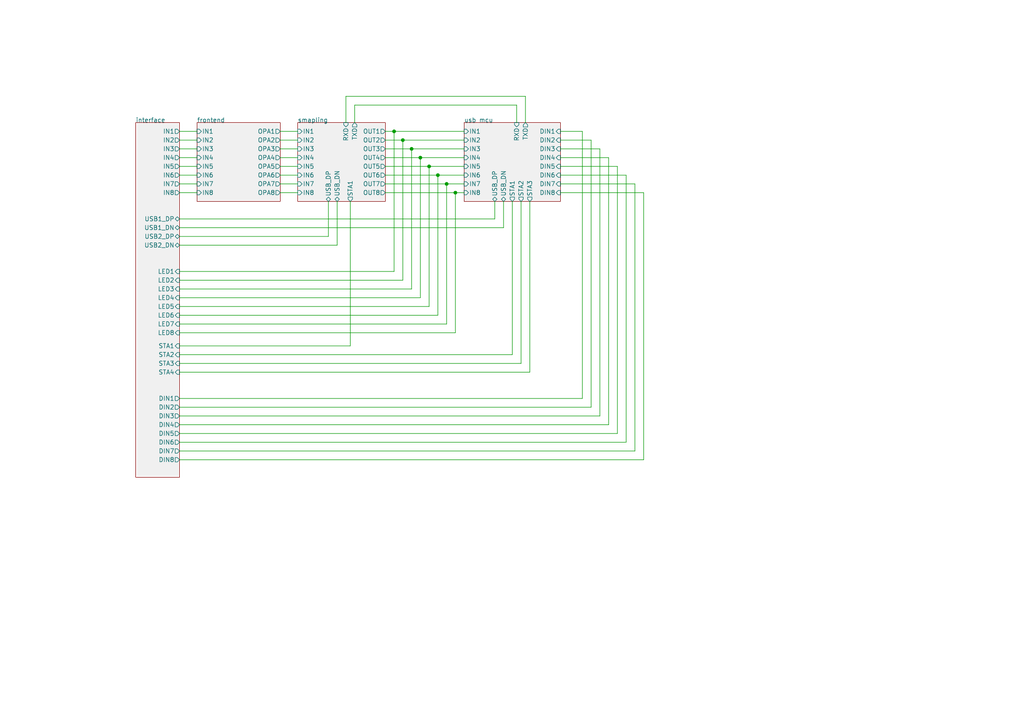
<source format=kicad_sch>
(kicad_sch (version 20230121) (generator eeschema)
  (paper "A4")
  (lib_symbols)
  (junction (at 114.3 38.1))
  (junction (at 124.46 48.26))
  (junction (at 127 50.8))
  (junction (at 132.08 55.88))
  (junction (at 119.38 43.18))
  (junction (at 116.84 40.64))
  (junction (at 121.92 45.72))
  (junction (at 129.54 53.34))
  (wire (pts (xy 81.28 40.64) (xy 86.36 40.64)))
  (wire (pts (xy 52.07 45.72) (xy 57.15 45.72)))
  (wire (pts (xy 181.61 128.27) (xy 52.07 128.27)))
  (wire (pts (xy 129.54 53.34) (xy 134.62 53.34)))
  (wire (pts (xy 129.54 53.34) (xy 129.54 93.98)))
  (wire (pts (xy 52.07 50.8) (xy 57.15 50.8)))
  (wire (pts (xy 179.07 48.26) (xy 162.56 48.26)))
  (wire (pts (xy 81.28 38.1) (xy 86.36 38.1)))
  (wire (pts (xy 52.07 91.44) (xy 127 91.44)))
  (wire (pts (xy 52.07 43.18) (xy 57.15 43.18)))
  (wire (pts (xy 111.76 43.18) (xy 119.38 43.18)))
  (wire (pts (xy 52.07 68.58) (xy 95.25 68.58)))
  (wire (pts (xy 81.28 45.72) (xy 86.36 45.72)))
  (wire (pts (xy 153.67 107.95) (xy 52.07 107.95)))
  (wire (pts (xy 100.33 35.56) (xy 100.33 27.94)))
  (wire (pts (xy 52.07 115.57) (xy 168.91 115.57)))
  (wire (pts (xy 151.13 58.42) (xy 151.13 105.41)))
  (wire (pts (xy 52.07 63.5) (xy 143.51 63.5)))
  (wire (pts (xy 148.59 102.87) (xy 52.07 102.87)))
  (wire (pts (xy 184.15 53.34) (xy 162.56 53.34)))
  (wire (pts (xy 52.07 71.12) (xy 97.79 71.12)))
  (wire (pts (xy 132.08 96.52) (xy 132.08 55.88)))
  (wire (pts (xy 181.61 50.8) (xy 181.61 128.27)))
  (wire (pts (xy 52.07 55.88) (xy 57.15 55.88)))
  (wire (pts (xy 111.76 48.26) (xy 124.46 48.26)))
  (wire (pts (xy 52.07 88.9) (xy 124.46 88.9)))
  (wire (pts (xy 173.99 43.18) (xy 162.56 43.18)))
  (wire (pts (xy 116.84 40.64) (xy 134.62 40.64)))
  (wire (pts (xy 81.28 50.8) (xy 86.36 50.8)))
  (wire (pts (xy 52.07 40.64) (xy 57.15 40.64)))
  (wire (pts (xy 168.91 38.1) (xy 162.56 38.1)))
  (wire (pts (xy 81.28 55.88) (xy 86.36 55.88)))
  (wire (pts (xy 81.28 43.18) (xy 86.36 43.18)))
  (wire (pts (xy 52.07 130.81) (xy 184.15 130.81)))
  (wire (pts (xy 184.15 130.81) (xy 184.15 53.34)))
  (wire (pts (xy 186.69 55.88) (xy 186.69 133.35)))
  (wire (pts (xy 81.28 53.34) (xy 86.36 53.34)))
  (wire (pts (xy 152.4 27.94) (xy 152.4 35.56)))
  (wire (pts (xy 171.45 40.64) (xy 171.45 118.11)))
  (wire (pts (xy 111.76 50.8) (xy 127 50.8)))
  (wire (pts (xy 52.07 120.65) (xy 173.99 120.65)))
  (wire (pts (xy 52.07 66.04) (xy 146.05 66.04)))
  (wire (pts (xy 186.69 133.35) (xy 52.07 133.35)))
  (wire (pts (xy 173.99 120.65) (xy 173.99 43.18)))
  (wire (pts (xy 102.87 35.56) (xy 102.87 30.48)))
  (wire (pts (xy 162.56 50.8) (xy 181.61 50.8)))
  (wire (pts (xy 121.92 86.36) (xy 121.92 45.72)))
  (wire (pts (xy 52.07 125.73) (xy 179.07 125.73)))
  (wire (pts (xy 168.91 115.57) (xy 168.91 38.1)))
  (wire (pts (xy 151.13 105.41) (xy 52.07 105.41)))
  (wire (pts (xy 162.56 40.64) (xy 171.45 40.64)))
  (wire (pts (xy 143.51 58.42) (xy 143.51 63.5)))
  (wire (pts (xy 52.07 86.36) (xy 121.92 86.36)))
  (wire (pts (xy 52.07 93.98) (xy 129.54 93.98)))
  (wire (pts (xy 124.46 48.26) (xy 134.62 48.26)))
  (wire (pts (xy 52.07 81.28) (xy 116.84 81.28)))
  (wire (pts (xy 52.07 118.11) (xy 171.45 118.11)))
  (wire (pts (xy 102.87 30.48) (xy 149.86 30.48)))
  (wire (pts (xy 52.07 83.82) (xy 119.38 83.82)))
  (wire (pts (xy 111.76 40.64) (xy 116.84 40.64)))
  (wire (pts (xy 127 50.8) (xy 134.62 50.8)))
  (wire (pts (xy 52.07 38.1) (xy 57.15 38.1)))
  (wire (pts (xy 162.56 45.72) (xy 176.53 45.72)))
  (wire (pts (xy 176.53 123.19) (xy 52.07 123.19)))
  (wire (pts (xy 114.3 38.1) (xy 134.62 38.1)))
  (wire (pts (xy 111.76 38.1) (xy 114.3 38.1)))
  (wire (pts (xy 52.07 53.34) (xy 57.15 53.34)))
  (wire (pts (xy 95.25 58.42) (xy 95.25 68.58)))
  (wire (pts (xy 121.92 45.72) (xy 134.62 45.72)))
  (wire (pts (xy 132.08 55.88) (xy 134.62 55.88)))
  (wire (pts (xy 176.53 45.72) (xy 176.53 123.19)))
  (wire (pts (xy 116.84 81.28) (xy 116.84 40.64)))
  (wire (pts (xy 52.07 78.74) (xy 114.3 78.74)))
  (wire (pts (xy 127 91.44) (xy 127 50.8)))
  (wire (pts (xy 111.76 45.72) (xy 121.92 45.72)))
  (wire (pts (xy 124.46 88.9) (xy 124.46 48.26)))
  (wire (pts (xy 146.05 58.42) (xy 146.05 66.04)))
  (wire (pts (xy 97.79 58.42) (xy 97.79 71.12)))
  (wire (pts (xy 111.76 55.88) (xy 132.08 55.88)))
  (wire (pts (xy 114.3 78.74) (xy 114.3 38.1)))
  (wire (pts (xy 101.6 100.33) (xy 52.07 100.33)))
  (wire (pts (xy 179.07 125.73) (xy 179.07 48.26)))
  (wire (pts (xy 100.33 27.94) (xy 152.4 27.94)))
  (wire (pts (xy 81.28 48.26) (xy 86.36 48.26)))
  (wire (pts (xy 52.07 96.52) (xy 132.08 96.52)))
  (wire (pts (xy 149.86 30.48) (xy 149.86 35.56)))
  (wire (pts (xy 119.38 83.82) (xy 119.38 43.18)))
  (wire (pts (xy 162.56 55.88) (xy 186.69 55.88)))
  (wire (pts (xy 119.38 43.18) (xy 134.62 43.18)))
  (wire (pts (xy 153.67 58.42) (xy 153.67 107.95)))
  (wire (pts (xy 52.07 48.26) (xy 57.15 48.26)))
  (wire (pts (xy 148.59 58.42) (xy 148.59 102.87)))
  (wire (pts (xy 101.6 58.42) (xy 101.6 100.33)))
  (wire (pts (xy 111.76 53.34) (xy 129.54 53.34)))
  (sheet (at 134.62 35.56) (size 27.94 22.86) (stroke (width 0.1524)) (fill (color 240 240 240 1.0000))
    (property "Sheetname" "usb mcu" (at 134.62 35.56 0) (effects (justify left bottom)))
    (property "Sheetfile" "usb_mcu.kicad_sch" (effects hide))
    (pin "IN1" input (at 134.62 38.1 180))
    (pin "IN2" input (at 134.62 40.64 180))
    (pin "IN3" input (at 134.62 43.18 180))
    (pin "IN4" input (at 134.62 45.72 180))
    (pin "IN5" input (at 134.62 48.26 180))
    (pin "IN6" input (at 134.62 50.8 180))
    (pin "IN7" input (at 134.62 53.34 180))
    (pin "IN8" input (at 134.62 55.88 180))
    (pin "DIN1" input (at 162.56 38.1 0))
    (pin "DIN8" input (at 162.56 55.88 0))
    (pin "DIN7" input (at 162.56 53.34 0))
    (pin "DIN5" input (at 162.56 48.26 0))
    (pin "DIN3" input (at 162.56 43.18 0))
    (pin "DIN2" input (at 162.56 40.64 0))
    (pin "DIN6" input (at 162.56 50.8 0))
    (pin "DIN4" input (at 162.56 45.72 0))
    (pin "USB_DP" bidirectional (at 143.51 58.42 270))
    (pin "USB_DN" bidirectional (at 146.05 58.42 270))
    (pin "STA1" output (at 148.59 58.42 270))
    (pin "STA2" output (at 151.13 58.42 270))
    (pin "RXD" input (at 149.86 35.56 90))
    (pin "TXD" output (at 152.4 35.56 90))
    (pin "STA3" output (at 153.67 58.42 270))
  )
  (sheet (at 86.36 35.56) (size 25.4 22.86) (stroke (width 0.1524)) (fill (color 240 240 240 1.0000))
    (property "Sheetname" "smapling" (at 86.36 35.56 0) (effects (justify left bottom)))
    (property "Sheetfile" "smapling.kicad_sch" (effects hide))
    (pin "IN7" input (at 86.36 53.34 180))
    (pin "IN8" input (at 86.36 55.88 180))
    (pin "IN5" input (at 86.36 48.26 180))
    (pin "IN6" input (at 86.36 50.8 180))
    (pin "IN1" input (at 86.36 38.1 180))
    (pin "IN3" input (at 86.36 43.18 180))
    (pin "IN4" input (at 86.36 45.72 180))
    (pin "IN2" input (at 86.36 40.64 180))
    (pin "OUT7" output (at 111.76 53.34 0))
    (pin "OUT8" output (at 111.76 55.88 0))
    (pin "OUT6" output (at 111.76 50.8 0))
    (pin "OUT1" output (at 111.76 38.1 0))
    (pin "OUT5" output (at 111.76 48.26 0))
    (pin "OUT2" output (at 111.76 40.64 0))
    (pin "OUT4" output (at 111.76 45.72 0))
    (pin "OUT3" output (at 111.76 43.18 0))
    (pin "RXD" input (at 100.33 35.56 90))
    (pin "TXD" output (at 102.87 35.56 90))
    (pin "USB_DP" bidirectional (at 95.25 58.42 270))
    (pin "USB_DN" bidirectional (at 97.79 58.42 270))
    (pin "STA1" output (at 101.6 58.42 270))
  )
  (sheet (at 39.37 35.56) (size 12.7 102.87) (stroke (width 0.1524)) (fill (color 240 240 240 1.0000))
    (property "Sheetname" "interface" (at 39.37 35.56 0) (effects (justify left bottom)))
    (property "Sheetfile" "interface.kicad_sch" (effects hide))
    (pin "IN1" output (at 52.07 38.1 0))
    (pin "IN6" output (at 52.07 50.8 0))
    (pin "IN3" output (at 52.07 43.18 0))
    (pin "IN2" output (at 52.07 40.64 0))
    (pin "IN8" output (at 52.07 55.88 0))
    (pin "IN7" output (at 52.07 53.34 0))
    (pin "IN4" output (at 52.07 45.72 0))
    (pin "IN5" output (at 52.07 48.26 0))
    (pin "USB1_DN" bidirectional (at 52.07 66.04 0))
    (pin "USB1_DP" bidirectional (at 52.07 63.5 0))
    (pin "USB2_DP" bidirectional (at 52.07 68.58 0))
    (pin "USB2_DN" bidirectional (at 52.07 71.12 0))
    (pin "LED1" input (at 52.07 78.74 0))
    (pin "LED2" input (at 52.07 81.28 0))
    (pin "LED3" input (at 52.07 83.82 0))
    (pin "LED4" input (at 52.07 86.36 0))
    (pin "LED5" input (at 52.07 88.9 0))
    (pin "LED6" input (at 52.07 91.44 0))
    (pin "LED7" input (at 52.07 93.98 0))
    (pin "LED8" input (at 52.07 96.52 0))
    (pin "DIN6" output (at 52.07 128.27 0))
    (pin "DIN7" output (at 52.07 130.81 0))
    (pin "DIN8" output (at 52.07 133.35 0))
    (pin "DIN5" output (at 52.07 125.73 0))
    (pin "DIN3" output (at 52.07 120.65 0))
    (pin "DIN4" output (at 52.07 123.19 0))
    (pin "DIN1" output (at 52.07 115.57 0))
    (pin "DIN2" output (at 52.07 118.11 0))
    (pin "STA1" input (at 52.07 100.33 0))
    (pin "STA3" input (at 52.07 105.41 0))
    (pin "STA2" input (at 52.07 102.87 0))
    (pin "STA4" input (at 52.07 107.95 0))
  )
  (sheet (at 57.15 35.56) (size 24.13 22.86) (stroke (width 0.1524)) (fill (color 240 240 240 1.0000))
    (property "Sheetname" "frontend" (at 57.15 35.56 0) (effects (justify left bottom)))
    (property "Sheetfile" "frontend.kicad_sch" (effects hide))
    (pin "IN4" input (at 57.15 45.72 180))
    (pin "IN2" input (at 57.15 40.64 180))
    (pin "IN3" input (at 57.15 43.18 180))
    (pin "OPA8" output (at 81.28 55.88 0))
    (pin "OPA7" output (at 81.28 53.34 0))
    (pin "OPA5" output (at 81.28 48.26 0))
    (pin "OPA6" output (at 81.28 50.8 0))
    (pin "IN1" input (at 57.15 38.1 180))
    (pin "IN8" input (at 57.15 55.88 180))
    (pin "OPA4" output (at 81.28 45.72 0))
    (pin "IN7" input (at 57.15 53.34 180))
    (pin "IN6" input (at 57.15 50.8 180))
    (pin "OPA3" output (at 81.28 43.18 0))
    (pin "OPA2" output (at 81.28 40.64 0))
    (pin "IN5" input (at 57.15 48.26 180))
    (pin "OPA1" output (at 81.28 38.1 0))
  )
)
</source>
